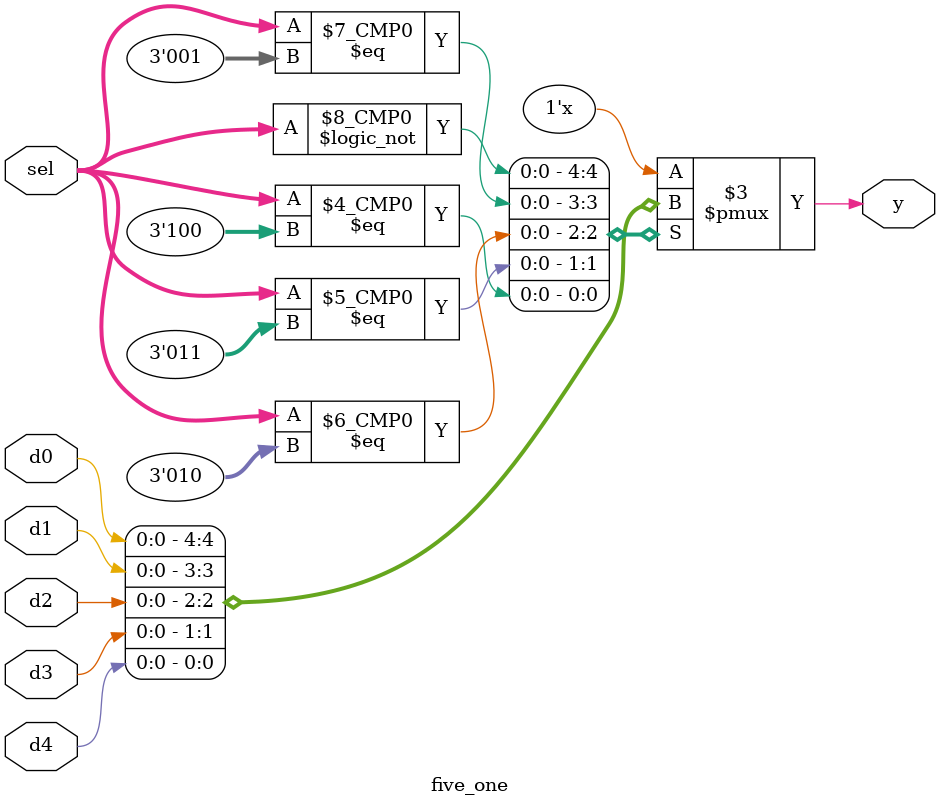
<source format=v>
`timescale 1ns / 1ps
module five_one(sel, d0, d1, d2, d3, d4, y
    );
	 input [2:0] sel;
	 input  d0, d1, d2, d3, d4;
	 output reg y;
	 always @(*)
	 begin
		case(sel)
		3'b000:	y = d0;
		3'b001:	y = d1;
		3'b010:	y = d2;
		3'b011:	y = d3;
		3'b100:	y = d4;
		default: y = 1'bx;
		endcase
	 end
endmodule

</source>
